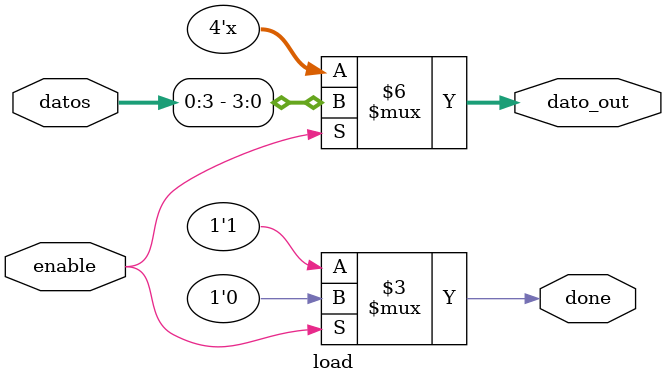
<source format=v>
module load #(
    parameter input_size = 8
    )(datos, dato_out, enable, done);

input enable;
input [0: input_size -1] datos;
output reg [0:3] dato_out;
output reg done;

always @(*) begin

    if (enable) begin
        dato_out <= datos[0:3];
        done <= 0;
    end else begin
        done <= 1;
    end

end

endmodule
</source>
